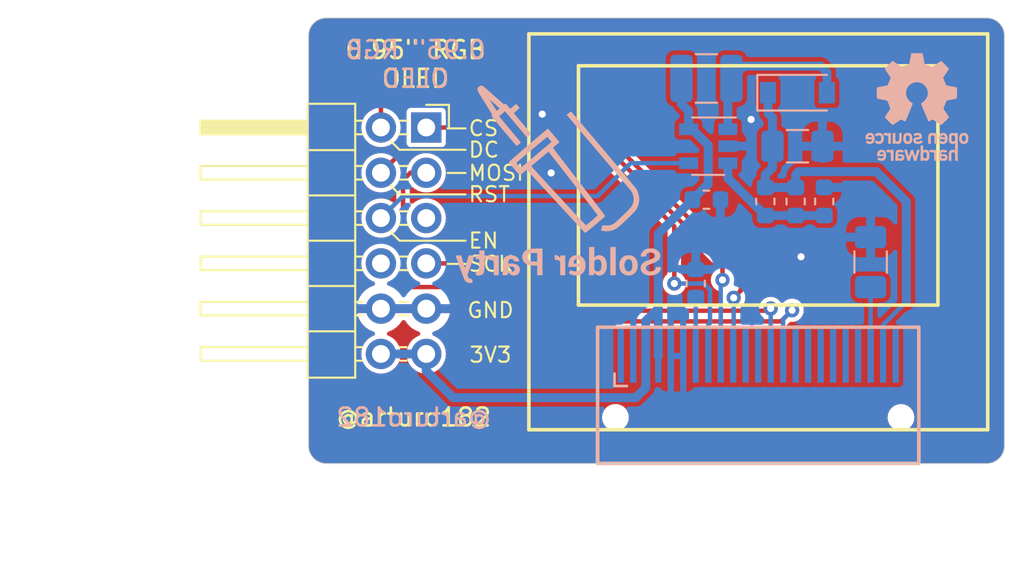
<source format=kicad_pcb>
(kicad_pcb (version 20221018) (generator pcbnew)
  (layers (0 "F.Cu" signal) (31 "B.Cu" signal) (34 "B.Paste" user) (35 "F.Paste" user) (36 "B.SilkS" user "B.Silkscreen") (37 "F.SilkS" user "F.Silkscreen") (38 "B.Mask" user) (39 "F.Mask" user) (44 "Edge.Cuts" user))
  (net 0 "")
  (net 1 "+3V3")
  (net 2 "GND")
  (net 3 "+15V")
  (net 4 "Net-(C2-Pad1)")
  (net 5 "Net-(C4-Pad1)")
  (net 6 "Net-(D1-Pad2)")
  (net 7 "Net-(J1-Pad10)")
  (net 8 "/VDDEN")
  (net 9 "/RESET")
  (net 10 "/DC")
  (net 11 "/SCK")
  (net 12 "Net-(J1-Pad3)")
  (net 13 "/MOSI")
  (net 14 "/CS")
  (net 15 "Net-(R3-Pad2)")
  (net 16 "Net-(U2-Pad23)")
  (net 17 "Net-(U2-Pad20)")
  (net 18 "Net-(U2-Pad19)")
  (net 19 "Net-(U2-Pad18)")
  (net 20 "Net-(U2-Pad17)")
  (net 21 "Net-(U2-Pad16)")
  (net 22 "Net-(U2-Pad15)")
  (net 23 "Net-(U2-Pad12)")
  (net 24 "Net-(U2-Pad11)")
  (net 25 "Net-(U2-Pad1)")
  (footprint "Connector_PinHeader_2.54mm_Extra:PMODHeader_2x06_P2.54mm_Horizontal" (layer "F.Cu") (at 103.5 101.85 180)
    (fp_text reference "J1")
    (fp_text value "PMOD")
    (pad "1" thru_hole rect (at 0 12.7 180) (size 1.7 1.7) (drill 1) (layers "*.Cu" "*.Mask") (net 14 "/CS"))
    (pad "2" thru_hole oval (at 0 10.16 180) (size 1.7 1.7) (drill 1) (layers "*.Cu" "*.Mask") (net 13 "/MOSI"))
    (pad "3" thru_hole oval (at 0 7.62 180) (size 1.7 1.7) (drill 1) (layers "*.Cu" "*.Mask") (net 12 "Net-(J1-Pad3)"))
    (pad "4" thru_hole oval (at 0 5.08 180) (size 1.7 1.7) (drill 1) (layers "*.Cu" "*.Mask") (net 11 "/SCK"))
    (pad "5" thru_hole oval (at 0 2.54 180) (size 1.7 1.7) (drill 1) (layers "*.Cu" "*.Mask") (net 2 "GND"))
    (pad "6" thru_hole circle (at 0 0 180) (size 1.7 1.7) (drill 1) (layers "*.Cu" "*.Mask") (net 1 "+3V3"))
    (pad "7" thru_hole circle (at 2.54 12.7 180) (size 1.7 1.7) (drill 1) (layers "*.Cu" "*.Mask") (net 10 "/DC"))
    (pad "8" thru_hole oval (at 2.54 10.16 180) (size 1.7 1.7) (drill 1) (layers "*.Cu" "*.Mask") (net 9 "/RESET"))
    (pad "9" thru_hole oval (at 2.54 7.62 180) (size 1.7 1.7) (drill 1) (layers "*.Cu" "*.Mask") (net 8 "/VDDEN"))
    (pad "10" thru_hole oval (at 2.54 5.08 180) (size 1.7 1.7) (drill 1) (layers "*.Cu" "*.Mask") (net 7 "Net-(J1-Pad10)"))
    (pad "11" thru_hole oval (at 2.54 2.54 180) (size 1.7 1.7) (drill 1) (layers "*.Cu" "*.Mask") (net 2 "GND"))
    (pad "12" thru_hole oval (at 2.54 0 180) (size 1.7 1.7) (drill 1) (layers "*.Cu" "*.Mask") (net 1 "+3V3"))
  )
  (footprint "Display_Graphics_Extra:UG-9664HDDAG01" (layer "F.Cu") (at 122.1 106.1)
    (fp_text reference "U2" hide)
    (fp_text value "UG-9664HDDAG01")
    (pad "" np_thru_hole circle (at -8 -0.688) (size 1 1) (drill 1) (layers "*.Cu" "*.Mask"))
    (pad "" np_thru_hole circle (at 8 -0.688) (size 1 1) (drill 1) (layers "*.Cu" "*.Mask"))
    (pad "1" smd rect (at -7.7 -4.138 180) (size 0.35 3) (layers "B.Cu" "B.Paste" "B.Mask") (net 25 "Net-(U2-Pad1)"))
    (pad "2" smd rect (at -7 -4.138 180) (size 0.35 3) (layers "B.Cu" "B.Paste" "B.Mask") (net 2 "GND"))
    (pad "3" smd rect (at -6.3 -4.138 180) (size 0.35 3) (layers "B.Cu" "B.Paste" "B.Mask") (net 1 "+3V3"))
    (pad "4" smd rect (at -5.6 -4.138 180) (size 0.35 3) (layers "B.Cu" "B.Paste" "B.Mask") (net 1 "+3V3"))
    (pad "5" smd rect (at -4.9 -4.138 180) (size 0.35 3) (layers "B.Cu" "B.Paste" "B.Mask") (net 2 "GND"))
    (pad "6" smd rect (at -4.2 -4.138 180) (size 0.35 3) (layers "B.Cu" "B.Paste" "B.Mask") (net 2 "GND"))
    (pad "7" smd rect (at -3.5 -4.138 180) (size 0.35 3) (layers "B.Cu" "B.Paste" "B.Mask") (net 15 "Net-(R3-Pad2)"))
    (pad "8" smd rect (at -2.8 -4.138 180) (size 0.35 3) (layers "B.Cu" "B.Paste" "B.Mask") (net 14 "/CS"))
    (pad "9" smd rect (at -2.1 -4.138 180) (size 0.35 3) (layers "B.Cu" "B.Paste" "B.Mask") (net 9 "/RESET"))
    (pad "10" smd rect (at -1.4 -4.138 180) (size 0.35 3) (layers "B.Cu" "B.Paste" "B.Mask") (net 10 "/DC"))
    (pad "11" smd rect (at -0.7 -4.138 180) (size 0.35 3) (layers "B.Cu" "B.Paste" "B.Mask") (net 24 "Net-(U2-Pad11)"))
    (pad "12" smd rect (at 0 -4.138 180) (size 0.35 3) (layers "B.Cu" "B.Paste" "B.Mask") (net 23 "Net-(U2-Pad12)"))
    (pad "13" smd rect (at 0.7 -4.138 180) (size 0.35 3) (layers "B.Cu" "B.Paste" "B.Mask") (net 11 "/SCK"))
    (pad "14" smd rect (at 1.4 -4.138 180) (size 0.35 3) (layers "B.Cu" "B.Paste" "B.Mask") (net 13 "/MOSI"))
    (pad "15" smd rect (at 2.1 -4.138 180) (size 0.35 3) (layers "B.Cu" "B.Paste" "B.Mask") (net 22 "Net-(U2-Pad15)"))
    (pad "16" smd rect (at 2.8 -4.138 180) (size 0.35 3) (layers "B.Cu" "B.Paste" "B.Mask") (net 21 "Net-(U2-Pad16)"))
    (pad "17" smd rect (at 3.5 -4.138 180) (size 0.35 3) (layers "B.Cu" "B.Paste" "B.Mask") (net 20 "Net-(U2-Pad17)"))
    (pad "18" smd rect (at 4.2 -4.138 180) (size 0.35 3) (layers "B.Cu" "B.Paste" "B.Mask") (net 19 "Net-(U2-Pad18)"))
    (pad "19" smd rect (at 4.9 -4.138 180) (size 0.35 3) (layers "B.Cu" "B.Paste" "B.Mask") (net 18 "Net-(U2-Pad19)"))
    (pad "20" smd rect (at 5.6 -4.138 180) (size 0.35 3) (layers "B.Cu" "B.Paste" "B.Mask") (net 17 "Net-(U2-Pad20)"))
    (pad "21" smd rect (at 6.3 -4.138 180) (size 0.35 3) (layers "B.Cu" "B.Paste" "B.Mask") (net 5 "Net-(C4-Pad1)"))
    (pad "22" smd rect (at 7 -4.138 180) (size 0.35 3) (layers "B.Cu" "B.Paste" "B.Mask") (net 3 "+15V"))
    (pad "23" smd rect (at 7.7 -4.138 180) (size 0.35 3) (layers "B.Cu" "B.Paste" "B.Mask") (net 16 "Net-(U2-Pad23)"))
  )
  (footprint "Capacitor_SMD:C_0603_1608Metric" (layer "B.Cu") (at 119.2 93.2 180)
    (fp_text reference "C1" hide)
    (fp_text value "4.7uF")
    (pad "1" smd roundrect (at -0.7875 0 180) (size 0.875 0.95) (layers "B.Cu" "B.Paste" "B.Mask") (net 2 "GND"))
    (pad "2" smd roundrect (at 0.7875 0 180) (size 0.875 0.95) (layers "B.Cu" "B.Paste" "B.Mask") (net 1 "+3V3"))
  )
  (footprint "Capacitor_SMD:C_0603_1608Metric" (layer "B.Cu") (at 124.2 93.3 90)
    (fp_text reference "C2" hide)
    (fp_text value "0.1uF")
    (pad "1" smd roundrect (at -0.7875 0 90) (size 0.875 0.95) (layers "B.Cu" "B.Paste" "B.Mask") (net 4 "Net-(C2-Pad1)"))
    (pad "2" smd roundrect (at 0.7875 0 90) (size 0.875 0.95) (layers "B.Cu" "B.Paste" "B.Mask") (net 3 "+15V"))
  )
  (footprint "Capacitor_SMD:C_1206_3216Metric" (layer "B.Cu") (at 124.3 90.2)
    (fp_text reference "C3" hide)
    (fp_text value "4.7uF 16V")
    (pad "1" smd roundrect (at -1.4 0) (size 1.25 1.75) (layers "B.Cu" "B.Paste" "B.Mask") (roundrect_rratio 0.2) (net 3 "+15V"))
    (pad "2" smd roundrect (at 1.4 0) (size 1.25 1.75) (layers "B.Cu" "B.Paste" "B.Mask") (roundrect_rratio 0.2) (net 2 "GND"))
  )
  (footprint "Capacitor_SMD:C_1206_3216Metric" (layer "B.Cu") (at 128.4 96.7 90)
    (fp_text reference "C4" hide)
    (fp_text value "4.7uF 16V")
    (pad "1" smd roundrect (at -1.4 0 90) (size 1.25 1.75) (layers "B.Cu" "B.Paste" "B.Mask") (roundrect_rratio 0.2) (net 5 "Net-(C4-Pad1)"))
    (pad "2" smd roundrect (at 1.4 0 90) (size 1.25 1.75) (layers "B.Cu" "B.Paste" "B.Mask") (roundrect_rratio 0.2) (net 2 "GND"))
  )
  (footprint "Diode_SMD:D_SOD-123" (layer "B.Cu") (at 124.3 87.2)
    (fp_text reference "D1" hide)
    (fp_text value "MBR0520LT1G")
    (pad "1" smd rect (at -1.65 0) (size 0.9 1.2) (layers "B.Cu" "B.Paste" "B.Mask") (net 3 "+15V"))
    (pad "2" smd rect (at 1.65 0) (size 0.9 1.2) (layers "B.Cu" "B.Paste" "B.Mask") (net 6 "Net-(D1-Pad2)"))
  )
  (footprint "Inductor_SMD:L_1210_3225Metric" (layer "B.Cu") (at 119.2 86.4)
    (fp_text reference "L1" hide)
    (fp_text value "10uH, 0.48A")
    (pad "1" smd roundrect (at -1.4 0) (size 1.25 2.65) (layers "B.Cu" "B.Paste" "B.Mask") (roundrect_rratio 0.2) (net 1 "+3V3"))
    (pad "2" smd roundrect (at 1.4 0) (size 1.25 2.65) (layers "B.Cu" "B.Paste" "B.Mask") (roundrect_rratio 0.2) (net 6 "Net-(D1-Pad2)"))
  )
  (footprint "Capacitor_SMD:C_0603_1608Metric" (layer "B.Cu") (at 122.5 93.3 90)
    (fp_text reference "R1" hide)
    (fp_text value "147k")
    (pad "1" smd roundrect (at -0.7875 0 90) (size 0.875 0.95) (layers "B.Cu" "B.Paste" "B.Mask") (net 4 "Net-(C2-Pad1)"))
    (pad "2" smd roundrect (at 0.7875 0 90) (size 0.875 0.95) (layers "B.Cu" "B.Paste" "B.Mask") (net 3 "+15V"))
  )
  (footprint "Capacitor_SMD:C_0603_1608Metric" (layer "B.Cu") (at 125.8 93.3 -90)
    (fp_text reference "R2" hide)
    (fp_text value "13.3k")
    (pad "1" smd roundrect (at -0.7875 0 270) (size 0.875 0.95) (layers "B.Cu" "B.Paste" "B.Mask") (net 2 "GND"))
    (pad "2" smd roundrect (at 0.7875 0 270) (size 0.875 0.95) (layers "B.Cu" "B.Paste" "B.Mask") (net 4 "Net-(C2-Pad1)"))
  )
  (footprint "Capacitor_SMD:C_0603_1608Metric" (layer "B.Cu") (at 118.6 97.9 -90)
    (fp_text reference "R3" hide)
    (fp_text value "510K")
    (pad "1" smd roundrect (at -0.7875 0 270) (size 0.875 0.95) (layers "B.Cu" "B.Paste" "B.Mask") (net 2 "GND"))
    (pad "2" smd roundrect (at 0.7875 0 270) (size 0.875 0.95) (layers "B.Cu" "B.Paste" "B.Mask") (net 15 "Net-(R3-Pad2)"))
  )
  (footprint "Package_TO_SOT_SMD:SOT-23-5" (layer "B.Cu") (at 119.3 90.2 180)
    (fp_text reference "U1" hide)
    (fp_text value "LMR62014")
    (pad "1" smd rect (at -1.1 0.95 180) (size 1.06 0.65) (layers "B.Cu" "B.Paste" "B.Mask") (net 6 "Net-(D1-Pad2)"))
    (pad "2" smd rect (at -1.1 0 180) (size 1.06 0.65) (layers "B.Cu" "B.Paste" "B.Mask") (net 2 "GND"))
    (pad "3" smd rect (at -1.1 -0.95 180) (size 1.06 0.65) (layers "B.Cu" "B.Paste" "B.Mask") (net 4 "Net-(C2-Pad1)"))
    (pad "4" smd rect (at 1.1 -0.95 180) (size 1.06 0.65) (layers "B.Cu" "B.Paste" "B.Mask") (net 8 "/VDDEN"))
    (pad "5" smd rect (at 1.1 0.95 180) (size 1.06 0.65) (layers "B.Cu" "B.Paste" "B.Mask") (net 1 "+3V3"))
  )
  (footprint "Symbol:OSHW-Logo_5.7x6mm_SilkScreen" (layer "B.Cu") (at 131 88 180)
    (fp_text reference "REF**" hide)
    (fp_text value "OSHW-Logo_5.7x6mm_SilkScreen" hide)
  )
  (footprint "Symbols_Extra:SolderParty-Logo_13.5x12.6mm_SilkScreen" (layer "B.Cu") (at 110.9 92.3 180)
    (fp_text reference "G***" hide)
    (fp_text value "LOGO" hide)
  )
  (gr_line (start 104.7 91.7) (end 105.7 91.7) (stroke (width 0.12)) (layer "F.SilkS"))
  (gr_line (start 104.7 96.8) (end 105.7 96.8) (stroke (width 0.12)) (layer "F.SilkS"))
  (gr_line (start 102 92.9) (end 105.7 92.9) (stroke (width 0.12)) (layer "F.SilkS"))
  (gr_line (start 102 92.9) (end 101.5 92.4) (stroke (width 0.12)) (layer "F.SilkS"))
  (gr_line (start 102 95.5) (end 105.7 95.5) (stroke (width 0.12)) (layer "F.SilkS"))
  (gr_line (start 102 95.5) (end 101.5 95) (stroke (width 0.12)) (layer "F.SilkS"))
  (gr_line (start 104.7 89.2) (end 105.7 89.2) (stroke (width 0.12)) (layer "F.SilkS"))
  (gr_line (start 102 90.4) (end 105.7 90.4) (stroke (width 0.12)) (layer "F.SilkS"))
  (gr_line (start 102 90.4) (end 101.5 89.9) (stroke (width 0.12)) (layer "F.SilkS"))
  (gr_arc (start 135.9 107) (mid 135.607107 107.707107) (end 134.9 108) (stroke (width 0.05)) (layer "Edge.Cuts"))
  (gr_arc (start 97.9 108) (mid 97.192893 107.707107) (end 96.9 107) (stroke (width 0.05)) (layer "Edge.Cuts"))
  (gr_arc (start 96.9 84) (mid 97.192893 83.292893) (end 97.9 83) (stroke (width 0.05)) (layer "Edge.Cuts"))
  (gr_line (start 135.9 107) (end 135.9 84) (stroke (width 0.05)) (layer "Edge.Cuts"))
  (gr_line (start 134.9 83) (end 97.9 83) (stroke (width 0.05)) (layer "Edge.Cuts"))
  (gr_line (start 97.9 108) (end 134.9 108) (stroke (width 0.05)) (layer "Edge.Cuts"))
  (gr_line (start 96.9 84) (end 96.9 107) (stroke (width 0.05)) (layer "Edge.Cuts"))
  (gr_arc (start 134.9 83) (mid 135.607107 83.292893) (end 135.9 84) (stroke (width 0.05)) (layer "Edge.Cuts"))
  (gr_text "@arturo182" (at 102.8 105.4) (layer "B.SilkS") (effects (font (size 1 1)) (justify mirror)))
  (gr_text "0.95\" RGB\nOLED" (at 102.9 85.6) (layer "B.SilkS") (effects (font (size 1 1)) (justify mirror)))
  (gr_text "DC" (at 105.8 90.4) (layer "F.SilkS") (effects (font (size 0.85 0.85) (thickness 0.12)) (justify left)))
  (gr_text "MOSI" (at 105.8 91.7) (layer "F.SilkS") (effects (font (size 0.85 0.85) (thickness 0.12)) (justify left)))
  (gr_text "RST" (at 105.8 92.9) (layer "F.SilkS") (effects (font (size 0.85 0.85) (thickness 0.12)) (justify left)))
  (gr_text "EN" (at 105.8 95.5) (layer "F.SilkS") (effects (font (size 0.85 0.85) (thickness 0.12)) (justify left)))
  (gr_text "SCK" (at 105.8 96.8) (layer "F.SilkS") (effects (font (size 0.85 0.85) (thickness 0.12)) (justify left)))
  (gr_text "GND" (at 107.1 99.4) (layer "F.SilkS") (effects (font (size 0.85 0.85) (thickness 0.12))))
  (gr_text "3V3" (at 107.1 101.9) (layer "F.SilkS") (effects (font (size 0.85 0.85) (thickness 0.12))))
  (gr_text "0.95\" RGB\nOLED" (at 102.9 85.6) (layer "F.SilkS") (effects (font (size 1 1))))
  (gr_text "@arturo182" (at 102.8 105.4) (layer "F.SilkS") (effects (font (size 1 1))))
  (gr_text "CS" (at 105.8 89.2) (layer "F.SilkS") (effects (font (size 0.85 0.85) (thickness 0.12)) (justify left)))
  (segment (start 118.405 89.25) (end 118.2 89.25) (width 0.5) (layer "B.Cu") (net 1))
  (segment (start 119.3 92.3125) (end 119.3 90.145) (width 0.5) (layer "B.Cu") (net 1))
  (segment (start 117.8 87.825) (end 118.2 88.225) (width 0.5) (layer "B.Cu") (net 1))
  (segment (start 116.5 99.3) (end 115.8 100) (width 0.5) (layer "B.Cu") (net 1))
  (segment (start 118.4125 93.2) (end 119.3 92.3125) (width 0.5) (layer "B.Cu") (net 1))
  (segment (start 115.8 101.962) (end 115.8 103.747002) (width 0.5) (layer "B.Cu") (net 1))
  (segment (start 116.5 101.962) (end 116.5 99.3) (width 0.5) (layer "B.Cu") (net 1))
  (segment (start 103.5 102.8) (end 103.5 102.7) (width 0.5) (layer "B.Cu") (net 1))
  (segment (start 115.247002 104.3) (end 105 104.3) (width 0.5) (layer "B.Cu") (net 1))
  (segment (start 119.3 90.145) (end 118.405 89.25) (width 0.5) (layer "B.Cu") (net 1))
  (segment (start 105 104.3) (end 103.5 102.8) (width 0.5) (layer "B.Cu") (net 1))
  (segment (start 116.5 95.1125) (end 118.4125 93.2) (width 0.5) (layer "B.Cu") (net 1))
  (segment (start 116.5 99.3) (end 116.5 95.1125) (width 0.5) (layer "B.Cu") (net 1))
  (segment (start 115.8 103.747002) (end 115.247002 104.3) (width 0.5) (layer "B.Cu") (net 1))
  (segment (start 118.2 88.225) (end 118.2 89.25) (width 0.5) (layer "B.Cu") (net 1))
  (segment (start 115.8 100) (end 115.8 101.962) (width 0.5) (layer "B.Cu") (net 1))
  (segment (start 103.5 102.7) (end 103.5 101.85) (width 0.5) (layer "B.Cu") (net 1))
  (segment (start 117.8 86.4) (end 117.8 87.825) (width 0.5) (layer "B.Cu") (net 1))
  (segment (start 103.5 101.85) (end 100.96 101.85) (width 0.5) (layer "B.Cu") (net 1))
  (via (at 110 88.4) (size 0.8) (drill 0.4) (layers "F.Cu" "B.Cu") (net 2))
  (via (at 110.5 91.7) (size 0.8) (drill 0.4) (layers "F.Cu" "B.Cu") (net 2))
  (via (at 121.7 88.7) (size 0.8) (drill 0.4) (layers "F.Cu" "B.Cu") (net 2))
  (via (at 124.5 96.4) (size 0.8) (drill 0.4) (layers "F.Cu" "B.Cu") (net 2))
  (segment (start 117.9 101.962) (end 117.9 103.712) (width 0.25) (layer "B.Cu") (net 2))
  (segment (start 117.2 101.962) (end 117.2 104.3) (width 0.25) (layer "B.Cu") (net 2))
  (segment (start 130.4 98.912) (end 130.4 93.3) (width 0.5) (layer "B.Cu") (net 3))
  (segment (start 128.72499 91.62499) (end 124.37501 91.62499) (width 0.5) (layer "B.Cu") (net 3))
  (segment (start 129.1 100.212) (end 130.4 98.912) (width 0.25) (layer "B.Cu") (net 3))
  (segment (start 122.5 91.8) (end 122.9 91.4) (width 0.5) (layer "B.Cu") (net 3))
  (segment (start 122.5 92.5125) (end 122.5 91.8) (width 0.5) (layer "B.Cu") (net 3))
  (segment (start 124.37501 91.62499) (end 124.2 91.8) (width 0.5) (layer "B.Cu") (net 3))
  (segment (start 130.4 93.3) (end 128.72499 91.62499) (width 0.5) (layer "B.Cu") (net 3))
  (segment (start 122.9 88.6) (end 122.65 88.35) (width 0.5) (layer "B.Cu") (net 3))
  (segment (start 129.1 101.962) (end 129.1 100.212) (width 0.25) (layer "B.Cu") (net 3))
  (segment (start 122.65 88.35) (end 122.65 87.2) (width 0.5) (layer "B.Cu") (net 3))
  (segment (start 124.2 91.8) (end 124.2 92.5125) (width 0.5) (layer "B.Cu") (net 3))
  (segment (start 124.2 92.5125) (end 122.5 92.5125) (width 0.5) (layer "B.Cu") (net 3))
  (segment (start 122.9 91.4) (end 122.9 90.2) (width 0.5) (layer "B.Cu") (net 3))
  (segment (start 122.9 90.2) (end 122.9 88.6) (width 0.5) (layer "B.Cu") (net 3))
  (segment (start 122.5 94.0875) (end 120.4 91.9875) (width 0.5) (layer "B.Cu") (net 4))
  (segment (start 125.8 94.0875) (end 124.2 94.0875) (width 0.5) (layer "B.Cu") (net 4))
  (segment (start 120.4 91.9875) (end 120.4 91.15) (width 0.5) (layer "B.Cu") (net 4))
  (segment (start 122.5 94.0875) (end 124.2 94.0875) (width 0.5) (layer "B.Cu") (net 4))
  (segment (start 128.4 98.825) (end 128.4 101.962) (width 0.25) (layer "B.Cu") (net 5))
  (segment (start 128.4 98.1) (end 128.4 98.825) (width 0.25) (layer "B.Cu") (net 5))
  (segment (start 125.95 87.2) (end 125.95 86.05) (width 0.5) (layer "B.Cu") (net 6))
  (segment (start 120.4 89.25) (end 120.4 86.6) (width 0.5) (layer "B.Cu") (net 6))
  (segment (start 120.4 86.6) (end 120.6 86.4) (width 0.5) (layer "B.Cu") (net 6))
  (segment (start 121.29571 85.70429) (end 120.6 86.4) (width 0.5) (layer "B.Cu") (net 6))
  (segment (start 125.95 86.05) (end 125.60429 85.70429) (width 0.5) (layer "B.Cu") (net 6))
  (segment (start 125.60429 85.70429) (end 121.29571 85.70429) (width 0.5) (layer "B.Cu") (net 6))
  (segment (start 113.1 93) (end 114.95 91.15) (width 0.25) (layer "B.Cu") (net 8))
  (segment (start 102.19 93) (end 113.1 93) (width 0.25) (layer "B.Cu") (net 8))
  (segment (start 114.95 91.15) (end 118.2 91.15) (width 0.25) (layer "B.Cu") (net 8))
  (segment (start 100.96 94.23) (end 102.19 93) (width 0.25) (layer "B.Cu") (net 8))
  (segment (start 102.2 87.9) (end 102.5 87.6) (width 0.25) (layer "F.Cu") (net 9))
  (segment (start 100.96 91.69) (end 102.2 90.45) (width 0.25) (layer "F.Cu") (net 9))
  (segment (start 110.936411 87.6) (end 120.1 96.763589) (width 0.25) (layer "F.Cu") (net 9))
  (segment (start 102.5 87.6) (end 110.936411 87.6) (width 0.25) (layer "F.Cu") (net 9))
  (segment (start 102.2 90.45) (end 102.2 87.9) (width 0.25) (layer "F.Cu") (net 9))
  (segment (start 120.1 96.763589) (end 120.1 97.134315) (width 0.25) (layer "F.Cu") (net 9))
  (segment (start 120.1 97.134315) (end 120.1 97.7) (width 0.25) (layer "F.Cu") (net 9))
  (via (at 120.1 97.7) (size 0.8) (drill 0.4) (layers "F.Cu" "B.Cu") (net 9))
  (segment (start 120 97.8) (end 120 101.962) (width 0.25) (layer "B.Cu") (net 9))
  (segment (start 120.1 97.7) (end 120 97.8) (width 0.25) (layer "B.Cu") (net 9))
  (segment (start 111.122812 87.14999) (end 121.124999 97.152177) (width 0.25) (layer "F.Cu") (net 10))
  (segment (start 121.124999 98.300001) (end 120.725 98.7) (width 0.25) (layer "F.Cu") (net 10))
  (segment (start 100.96 89.15) (end 100.96 87.947919) (width 0.25) (layer "F.Cu") (net 10))
  (segment (start 121.124999 97.152177) (end 121.124999 98.300001) (width 0.25) (layer "F.Cu") (net 10))
  (segment (start 100.96 87.947919) (end 101.757929 87.14999) (width 0.25) (layer "F.Cu") (net 10))
  (segment (start 101.757929 87.14999) (end 111.122812 87.14999) (width 0.25) (layer "F.Cu") (net 10))
  (via (at 120.725 98.7) (size 0.8) (drill 0.4) (layers "F.Cu" "B.Cu") (net 10))
  (segment (start 120.725 101.937) (end 120.7 101.962) (width 0.25) (layer "B.Cu") (net 10))
  (segment (start 120.725 98.7) (end 120.725 101.937) (width 0.25) (layer "B.Cu") (net 10))
  (segment (start 122.674999 99.425001) (end 122.8 99.3) (width 0.25) (layer "F.Cu") (net 11))
  (segment (start 107.425001 99.425001) (end 122.674999 99.425001) (width 0.25) (layer "F.Cu") (net 11))
  (segment (start 103.5 96.77) (end 104.77 96.77) (width 0.25) (layer "F.Cu") (net 11))
  (segment (start 104.77 96.77) (end 107.425001 99.425001) (width 0.25) (layer "F.Cu") (net 11))
  (via (at 122.8 99.3) (size 0.8) (drill 0.4) (layers "F.Cu" "B.Cu") (net 11))
  (segment (start 122.8 99.3) (end 122.8 99.865685) (width 0.25) (layer "B.Cu") (net 11))
  (segment (start 122.8 99.865685) (end 122.8 101.962) (width 0.25) (layer "B.Cu") (net 11))
  (segment (start 105.4 98.1) (end 107.325001 100.025001) (width 0.25) (layer "F.Cu") (net 13))
  (segment (start 102.61 91.69) (end 102.2 92.1) (width 0.25) (layer "F.Cu") (net 13))
  (segment (start 123.374999 100.025001) (end 124 99.4) (width 0.25) (layer "F.Cu") (net 13))
  (segment (start 107.325001 100.025001) (end 123.374999 100.025001) (width 0.25) (layer "F.Cu") (net 13))
  (segment (start 102.6 98.1) (end 105.4 98.1) (width 0.25) (layer "F.Cu") (net 13))
  (segment (start 102.2 97.7) (end 102.6 98.1) (width 0.25) (layer "F.Cu") (net 13))
  (segment (start 103.5 91.69) (end 102.61 91.69) (width 0.25) (layer "F.Cu") (net 13))
  (segment (start 102.2 92.1) (end 102.2 97.7) (width 0.25) (layer "F.Cu") (net 13))
  (via (at 124 99.4) (size 0.8) (drill 0.4) (layers "F.Cu" "B.Cu") (net 13))
  (segment (start 123.5 99.9) (end 123.5 101.962) (width 0.25) (layer "B.Cu") (net 13))
  (segment (start 124 99.4) (end 123.5 99.9) (width 0.25) (layer "B.Cu") (net 13))
  (segment (start 103.5 89.15) (end 111.85 89.15) (width 0.25) (layer "F.Cu") (net 14))
  (segment (start 117.4 94.7) (end 117.4 97.9) (width 0.25) (layer "F.Cu") (net 14))
  (segment (start 111.85 89.15) (end 117.4 94.7) (width 0.25) (layer "F.Cu") (net 14))
  (via (at 117.4 97.9) (size 0.8) (drill 0.4) (layers "F.Cu" "B.Cu") (net 14))
  (segment (start 117.4 97.9) (end 119.056494 97.9) (width 0.25) (layer "B.Cu") (net 14))
  (segment (start 119.056494 97.9) (end 119.40001 98.243516) (width 0.25) (layer "B.Cu") (net 14))
  (segment (start 119.3 100.212) (end 119.3 101.962) (width 0.25) (layer "B.Cu") (net 14))
  (segment (start 119.40001 100.11199) (end 119.3 100.212) (width 0.25) (layer "B.Cu") (net 14))
  (segment (start 119.40001 98.243516) (end 119.40001 100.11199) (width 0.25) (layer "B.Cu") (net 14))
  (segment (start 118.6 98.6875) (end 118.6 101.962) (width 0.25) (layer "B.Cu") (net 15))
  (zone (net 2) (net_name "GND") (layer "F.Cu") (connect_pads (clearance 0.25)) (min_thickness 0.25) (fill yes (thermal_gap 0.5) (thermal_bridge_width 0.5))
    (polygon (pts (xy 137 82) (xy 96 82) (xy 96 109) (xy 137 109)))
  )
  (zone (net 2) (net_name "GND") (layer "B.Cu") (connect_pads (clearance 0.25)) (min_thickness 0.25) (fill yes (thermal_gap 0.5) (thermal_bridge_width 0.5))
    (polygon (pts (xy 137 82) (xy 96 82) (xy 96 109) (xy 137 109)))
  )
)
</source>
